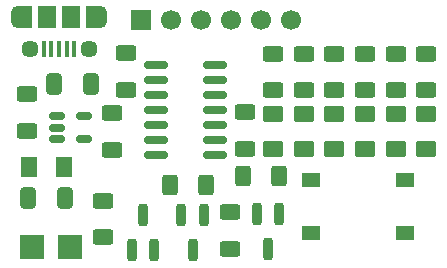
<source format=gts>
G04 #@! TF.GenerationSoftware,KiCad,Pcbnew,9.0.1*
G04 #@! TF.CreationDate,2025-09-23T20:37:19+02:00*
G04 #@! TF.ProjectId,blikac-smd,626c696b-6163-42d7-936d-642e6b696361,rev?*
G04 #@! TF.SameCoordinates,Original*
G04 #@! TF.FileFunction,Soldermask,Top*
G04 #@! TF.FilePolarity,Negative*
%FSLAX46Y46*%
G04 Gerber Fmt 4.6, Leading zero omitted, Abs format (unit mm)*
G04 Created by KiCad (PCBNEW 9.0.1) date 2025-09-23 20:37:19*
%MOMM*%
%LPD*%
G01*
G04 APERTURE LIST*
G04 Aperture macros list*
%AMRoundRect*
0 Rectangle with rounded corners*
0 $1 Rounding radius*
0 $2 $3 $4 $5 $6 $7 $8 $9 X,Y pos of 4 corners*
0 Add a 4 corners polygon primitive as box body*
4,1,4,$2,$3,$4,$5,$6,$7,$8,$9,$2,$3,0*
0 Add four circle primitives for the rounded corners*
1,1,$1+$1,$2,$3*
1,1,$1+$1,$4,$5*
1,1,$1+$1,$6,$7*
1,1,$1+$1,$8,$9*
0 Add four rect primitives between the rounded corners*
20,1,$1+$1,$2,$3,$4,$5,0*
20,1,$1+$1,$4,$5,$6,$7,0*
20,1,$1+$1,$6,$7,$8,$9,0*
20,1,$1+$1,$8,$9,$2,$3,0*%
G04 Aperture macros list end*
%ADD10RoundRect,0.250000X-0.625000X0.400000X-0.625000X-0.400000X0.625000X-0.400000X0.625000X0.400000X0*%
%ADD11RoundRect,0.250000X0.625000X-0.400000X0.625000X0.400000X-0.625000X0.400000X-0.625000X-0.400000X0*%
%ADD12R,2.000000X2.000000*%
%ADD13RoundRect,0.250001X0.624999X-0.462499X0.624999X0.462499X-0.624999X0.462499X-0.624999X-0.462499X0*%
%ADD14RoundRect,0.250000X0.400000X0.625000X-0.400000X0.625000X-0.400000X-0.625000X0.400000X-0.625000X0*%
%ADD15RoundRect,0.250001X-0.462499X-0.624999X0.462499X-0.624999X0.462499X0.624999X-0.462499X0.624999X0*%
%ADD16R,1.700000X1.700000*%
%ADD17C,1.700000*%
%ADD18RoundRect,0.150000X-0.825000X-0.150000X0.825000X-0.150000X0.825000X0.150000X-0.825000X0.150000X0*%
%ADD19RoundRect,0.250000X0.412500X0.650000X-0.412500X0.650000X-0.412500X-0.650000X0.412500X-0.650000X0*%
%ADD20RoundRect,0.200000X-0.200000X0.750000X-0.200000X-0.750000X0.200000X-0.750000X0.200000X0.750000X0*%
%ADD21RoundRect,0.200000X0.200000X-0.750000X0.200000X0.750000X-0.200000X0.750000X-0.200000X-0.750000X0*%
%ADD22R,0.400000X1.350000*%
%ADD23O,1.200000X1.900000*%
%ADD24R,1.200000X1.900000*%
%ADD25C,1.450000*%
%ADD26R,1.500000X1.900000*%
%ADD27RoundRect,0.150000X-0.512500X-0.150000X0.512500X-0.150000X0.512500X0.150000X-0.512500X0.150000X0*%
%ADD28RoundRect,0.250000X-0.400000X-0.625000X0.400000X-0.625000X0.400000X0.625000X-0.400000X0.625000X0*%
%ADD29R,1.550000X1.300000*%
G04 APERTURE END LIST*
D10*
X129600000Y-75100000D03*
X129600000Y-78200000D03*
D11*
X140800000Y-78100000D03*
X140800000Y-75000000D03*
D12*
X126000000Y-86400000D03*
D13*
X143200000Y-78087500D03*
X143200000Y-75112500D03*
D14*
X137550000Y-81200000D03*
X134450000Y-81200000D03*
D12*
X122800000Y-86400000D03*
D11*
X122400000Y-76600000D03*
X122400000Y-73500000D03*
X130800000Y-73100000D03*
X130800000Y-70000000D03*
D15*
X122512500Y-79650000D03*
X125487500Y-79650000D03*
D16*
X132060000Y-67200000D03*
D17*
X134600000Y-67200000D03*
X137140000Y-67200000D03*
X139680000Y-67200000D03*
X142220000Y-67200000D03*
X144760000Y-67200000D03*
D11*
X145800000Y-73150000D03*
X145800000Y-70050000D03*
D18*
X133325000Y-70990000D03*
X133325000Y-72260000D03*
X133325000Y-73530000D03*
X133325000Y-74800000D03*
X133325000Y-76070000D03*
X133325000Y-77340000D03*
X133325000Y-78610000D03*
X138275000Y-78610000D03*
X138275000Y-77340000D03*
X138275000Y-76070000D03*
X138275000Y-74800000D03*
X138275000Y-73530000D03*
X138275000Y-72260000D03*
X138275000Y-70990000D03*
D19*
X125562500Y-82250000D03*
X122437500Y-82250000D03*
D20*
X143750000Y-83600000D03*
X141850000Y-83600000D03*
X142800000Y-86600000D03*
D13*
X148400000Y-78087500D03*
X148400000Y-75112500D03*
D11*
X156200000Y-73150000D03*
X156200000Y-70050000D03*
D21*
X131250000Y-86700000D03*
X133150000Y-86700000D03*
X132200000Y-83700000D03*
D10*
X139600000Y-83450000D03*
X139600000Y-86550000D03*
D22*
X126400000Y-69662500D03*
X125750000Y-69662500D03*
X125100000Y-69662500D03*
X124450000Y-69662500D03*
X123800000Y-69662500D03*
D23*
X128600000Y-66962500D03*
D24*
X128000000Y-66962500D03*
D25*
X127600000Y-69662500D03*
D26*
X126100000Y-66962500D03*
X124100000Y-66962500D03*
D25*
X122600000Y-69662500D03*
D24*
X122200000Y-66962500D03*
D23*
X121600000Y-66962500D03*
D11*
X153600000Y-73150000D03*
X153600000Y-70050000D03*
X148400000Y-73150000D03*
X148400000Y-70050000D03*
D19*
X127762500Y-72650000D03*
X124637500Y-72650000D03*
D20*
X137350000Y-83700000D03*
X135450000Y-83700000D03*
X136400000Y-86700000D03*
D13*
X151000000Y-78087500D03*
X151000000Y-75112500D03*
D27*
X124925000Y-75350000D03*
X124925000Y-76300000D03*
X124925000Y-77250000D03*
X127200000Y-77250000D03*
X127200000Y-75350000D03*
D13*
X145800000Y-78087500D03*
X145800000Y-75112500D03*
D11*
X143200000Y-73150000D03*
X143200000Y-70050000D03*
X151000000Y-73150000D03*
X151000000Y-70050000D03*
D28*
X140650000Y-80400000D03*
X143750000Y-80400000D03*
D13*
X153600000Y-78087500D03*
X153600000Y-75112500D03*
D29*
X146420000Y-80750000D03*
X154380000Y-80750000D03*
X146420000Y-85250000D03*
X154380000Y-85250000D03*
D13*
X156200000Y-78087500D03*
X156200000Y-75112500D03*
D11*
X128800000Y-85600000D03*
X128800000Y-82500000D03*
M02*

</source>
